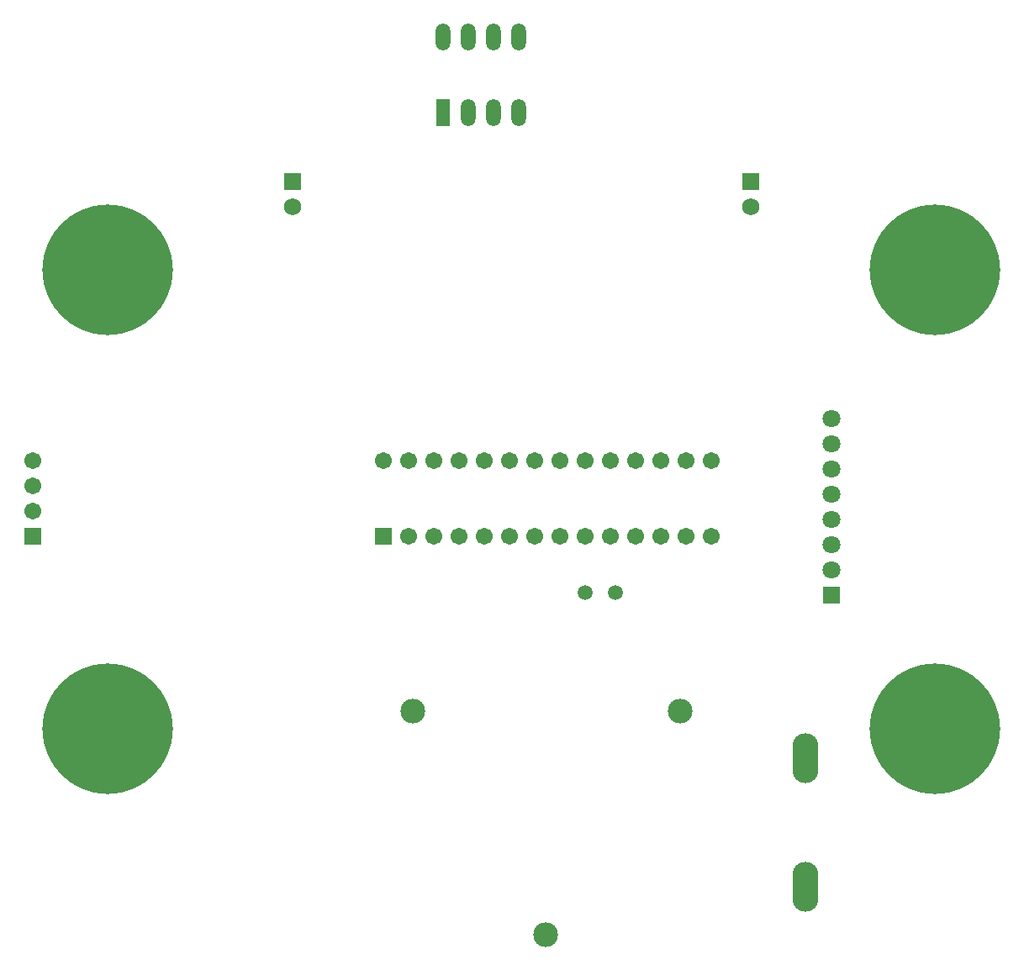
<source format=gbs>
G04*
G04 #@! TF.GenerationSoftware,Altium Limited,Altium Designer,20.0.12 (288)*
G04*
G04 Layer_Color=16711935*
%FSLAX24Y24*%
%MOIN*%
G70*
G01*
G75*
%ADD31C,0.0710*%
%ADD32R,0.0710X0.0710*%
%ADD33R,0.0580X0.1080*%
%ADD34O,0.0580X0.1080*%
%ADD35R,0.0690X0.0690*%
%ADD36C,0.0690*%
%ADD37C,0.5180*%
%ADD38C,0.0674*%
%ADD39R,0.0674X0.0674*%
%ADD40O,0.1029X0.1978*%
%ADD41C,0.0982*%
%ADD42C,0.0592*%
%ADD43C,0.0671*%
%ADD44R,0.0671X0.0671*%
D31*
X33050Y32400D02*
D03*
Y31400D02*
D03*
Y29400D02*
D03*
Y27400D02*
D03*
Y26400D02*
D03*
Y28400D02*
D03*
Y30400D02*
D03*
D32*
Y25400D02*
D03*
D33*
X17650Y44550D02*
D03*
D34*
X18650D02*
D03*
X19650D02*
D03*
X20650D02*
D03*
X17650Y47550D02*
D03*
X18650D02*
D03*
X19650D02*
D03*
X20650D02*
D03*
D35*
X29850Y41800D02*
D03*
X11700D02*
D03*
D36*
X29850Y40800D02*
D03*
X11700D02*
D03*
D37*
X37150Y38300D02*
D03*
Y20100D02*
D03*
X4350Y38300D02*
D03*
Y20100D02*
D03*
D38*
X22300Y30750D02*
D03*
Y27750D02*
D03*
X21300D02*
D03*
X20300D02*
D03*
X19300D02*
D03*
X18300D02*
D03*
X17300D02*
D03*
X23300D02*
D03*
X24300D02*
D03*
X25300D02*
D03*
X26300D02*
D03*
X23300Y30750D02*
D03*
X24300D02*
D03*
X25300D02*
D03*
X26300D02*
D03*
X21300D02*
D03*
X20300D02*
D03*
X19300D02*
D03*
X18300D02*
D03*
X17300D02*
D03*
X16300Y27750D02*
D03*
Y30750D02*
D03*
X15300D02*
D03*
X27300Y27750D02*
D03*
Y30750D02*
D03*
X28300Y27750D02*
D03*
Y30750D02*
D03*
D39*
X15300Y27750D02*
D03*
D40*
X32018Y18934D02*
D03*
Y13835D02*
D03*
D41*
X27050Y20800D02*
D03*
X16471D02*
D03*
X21739Y11942D02*
D03*
D42*
X23290Y25500D02*
D03*
X24510D02*
D03*
D43*
X1400Y30750D02*
D03*
Y29750D02*
D03*
Y28750D02*
D03*
D44*
Y27750D02*
D03*
M02*

</source>
